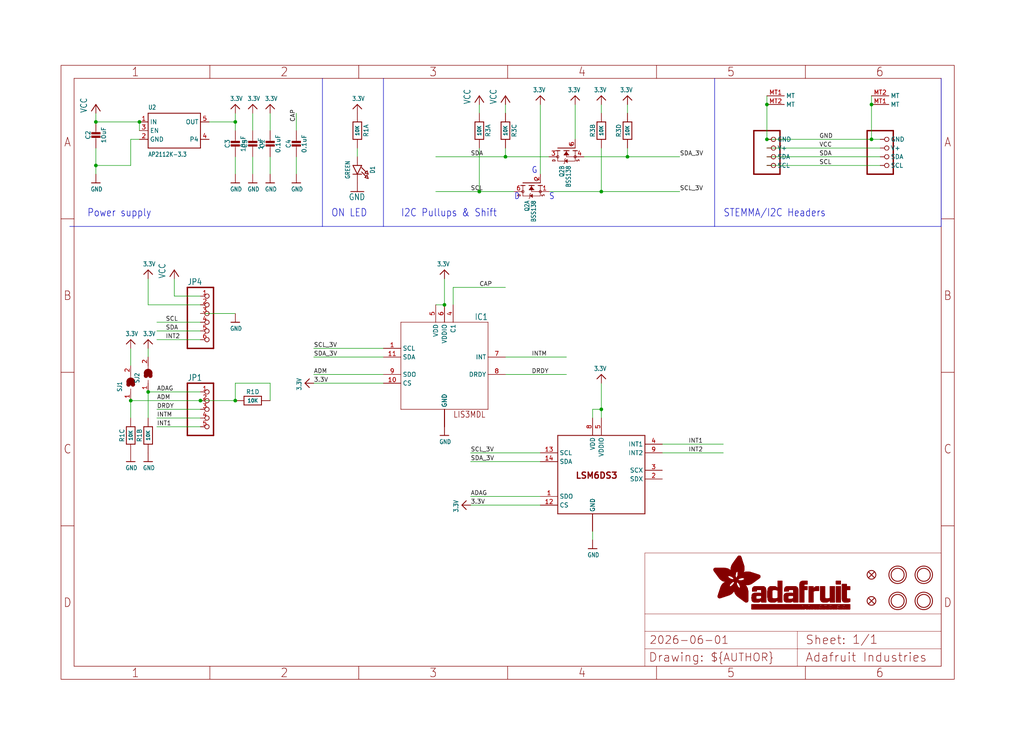
<source format=kicad_sch>
(kicad_sch (version 20230121) (generator eeschema)
  (paper "User" 298.45 217.322)
  (lib_symbols
    (symbol "working-eagle-import:3.3V" (power)
      (property "Value" "3.3V" (at -1.524 1.016 0))
      (symbol "3.3V_1_0"
        (pin power_in line (at 0 -2.54 90) (length 2.54) (name "3.3V") (number "1"))
      )
    )
    (symbol "working-eagle-import:CAP_CERAMIC0603_NO"
      (property "Reference" "C" (at -2.29 1.25 90))
      (symbol "CAP_CERAMIC0603_NO_1_0"
        (pin passive line (at 0 5.08 270) (length 2.54) (name "1") (number "1"))
        (pin passive line (at 0 -2.54 90) (length 2.54) (name "2") (number "2"))
      )
    )
    (symbol "working-eagle-import:CAP_CERAMIC0805-NOOUTLINE"
      (property "Reference" "C" (at -2.29 1.25 90))
      (symbol "CAP_CERAMIC0805-NOOUTLINE_1_0"
        (pin passive line (at 0 5.08 270) (length 2.54) (name "1") (number "1"))
        (pin passive line (at 0 -2.54 90) (length 2.54) (name "2") (number "2"))
      )
    )
    (symbol "working-eagle-import:FIDUCIAL_1MM")
    (symbol "working-eagle-import:FRAME_A4_ADAFRUIT"
      (symbol "FRAME_A4_ADAFRUIT_1_0"
        (text "${#}/${##}" (at 230.505 10.16 0) (effects (font (size 2.54 2.54)) (justify left bottom)))
        (text "${AUTHOR}" (at 189.23 5.08 0) (effects (font (size 2.286 2.286)) (justify left bottom)))
        (text "${CURRENT_DATE}" (at 171.45 10.16 0) (effects (font (size 2.286 2.286)) (justify left bottom)))
        (text "${PROJECTNAME}" (at 171.45 15.24 0) (effects (font (size 2.54 2.54)) (justify left bottom)))
        (text "1" (at 21.6958 1.905 0) (effects (font (size 2.54 2.286))))
        (text "1" (at 21.6958 177.165 0) (effects (font (size 2.54 2.286))))
        (text "2" (at 65.0875 1.905 0) (effects (font (size 2.54 2.286))))
        (text "2" (at 65.0875 177.165 0) (effects (font (size 2.54 2.286))))
        (text "3" (at 108.4792 1.905 0) (effects (font (size 2.54 2.286))))
        (text "3" (at 108.4792 177.165 0) (effects (font (size 2.54 2.286))))
        (text "4" (at 151.8708 1.905 0) (effects (font (size 2.54 2.286))))
        (text "4" (at 151.8708 177.165 0) (effects (font (size 2.54 2.286))))
        (text "5" (at 195.2625 1.905 0) (effects (font (size 2.54 2.286))))
        (text "5" (at 195.2625 177.165 0) (effects (font (size 2.54 2.286))))
        (text "6" (at 238.6542 1.905 0) (effects (font (size 2.54 2.286))))
        (text "6" (at 238.6542 177.165 0) (effects (font (size 2.54 2.286))))
        (text "A" (at 1.905 156.6863 0) (effects (font (size 2.54 2.286))))
        (text "A" (at 258.445 156.6863 0) (effects (font (size 2.54 2.286))))
        (text "Adafruit Industries" (at 216.916 4.953 0) (effects (font (size 2.54 2.54)) (justify left bottom)))
        (text "B" (at 1.905 111.9188 0) (effects (font (size 2.54 2.286))))
        (text "B" (at 258.445 111.9188 0) (effects (font (size 2.54 2.286))))
        (text "C" (at 1.905 67.1513 0) (effects (font (size 2.54 2.286))))
        (text "C" (at 258.445 67.1513 0) (effects (font (size 2.54 2.286))))
        (text "D" (at 1.905 22.3838 0) (effects (font (size 2.54 2.286))))
        (text "D" (at 258.445 22.3838 0) (effects (font (size 2.54 2.286))))
        (text "Drawing:" (at 171.196 4.953 0) (effects (font (size 2.54 2.54)) (justify left bottom)))
        (text "Sheet:" (at 216.916 10.033 0) (effects (font (size 2.54 2.54)) (justify left bottom)))
      )
    )
    (symbol "working-eagle-import:GND" (power)
      (property "Value" "GND" (at -1.524 -2.54 0))
      (symbol "GND_1_0"
        (pin power_in line (at 0 2.54 270) (length 2.54) (name "GND") (number "1"))
      )
    )
    (symbol "working-eagle-import:HEADER-1X570MIL"
      (property "Reference" "JP" (at -6.35 8.255 0))
      (symbol "HEADER-1X570MIL_1_0"
        (pin passive inverted (at -2.54 5.08 0) (length 2.54) (name "1") (number "1"))
        (pin passive inverted (at -2.54 2.54 0) (length 2.54) (name "2") (number "2"))
        (pin passive inverted (at -2.54 0 0) (length 2.54) (name "3") (number "3"))
        (pin passive inverted (at -2.54 -2.54 0) (length 2.54) (name "4") (number "4"))
        (pin passive inverted (at -2.54 -5.08 0) (length 2.54) (name "5") (number "5"))
      )
    )
    (symbol "working-eagle-import:HEADER-1X670MIL"
      (property "Reference" "JP" (at -6.35 10.795 0))
      (symbol "HEADER-1X670MIL_1_0"
        (pin passive inverted (at -2.54 7.62 0) (length 2.54) (name "1") (number "1"))
        (pin passive inverted (at -2.54 5.08 0) (length 2.54) (name "2") (number "2"))
        (pin passive inverted (at -2.54 2.54 0) (length 2.54) (name "3") (number "3"))
        (pin passive inverted (at -2.54 0 0) (length 2.54) (name "4") (number "4"))
        (pin passive inverted (at -2.54 -2.54 0) (length 2.54) (name "5") (number "5"))
        (pin passive inverted (at -2.54 -5.08 0) (length 2.54) (name "6") (number "6"))
      )
    )
    (symbol "working-eagle-import:LED0603_NOOUTLINE"
      (property "Reference" "D" (at -1.27 4.445 0))
      (symbol "LED0603_NOOUTLINE_1_0"
        (pin passive line (at -5.08 0 0) (length 2.54) (name "A") (number "A"))
        (pin passive line (at 2.54 0 180) (length 2.54) (name "C") (number "C"))
      )
    )
    (symbol "working-eagle-import:LIS3MDL"
      (property "Reference" "IC" (at 12.7 15.24 0))
      (symbol "LIS3MDL_1_0"
        (text "LIS3MDL" (at 2.54 -15.24 0) (effects (font (size 1.778 1.5113)) (justify left bottom)))
        (pin input line (at -17.78 5.08 0) (length 5.08) (name "SCL") (number "1"))
        (pin input line (at -17.78 -5.08 0) (length 5.08) (name "CS") (number "10"))
        (pin bidirectional line (at -17.78 2.54 0) (length 5.08) (name "SDA") (number "11"))
        (pin power_in line (at 0 -17.78 90) (length 5.08) (name "GND") (number "12"))
        (pin power_in line (at 0 -17.78 90) (length 5.08) (name "GND") (number "2"))
        (pin power_in line (at 0 -17.78 90) (length 5.08) (name "GND") (number "3"))
        (pin input line (at 2.54 17.78 270) (length 5.08) (name "C1") (number "4"))
        (pin power_in line (at -2.54 17.78 270) (length 5.08) (name "VDD") (number "5"))
        (pin power_in line (at 0 17.78 270) (length 5.08) (name "VDDIO") (number "6"))
        (pin output line (at 17.78 2.54 180) (length 5.08) (name "INT") (number "7"))
        (pin output line (at 17.78 -2.54 180) (length 5.08) (name "DRDY") (number "8"))
        (pin bidirectional line (at -17.78 -2.54 0) (length 5.08) (name "SDO") (number "9"))
      )
    )
    (symbol "working-eagle-import:LSM6DS3"
      (symbol "LSM6DS3_1_0"
        (text "LSM6DS3" (at -5.08 -2.54 0) (effects (font (size 1.778 1.778) (thickness 0.3556) bold) (justify left bottom)))
        (pin bidirectional line (at -15.24 -7.62 0) (length 5.08) (name "SDO") (number "1"))
        (pin bidirectional line (at -15.24 -10.16 0) (length 5.08) (name "CS") (number "12"))
        (pin bidirectional line (at -15.24 5.08 0) (length 5.08) (name "SCL") (number "13"))
        (pin bidirectional line (at -15.24 2.54 0) (length 5.08) (name "SDA") (number "14"))
        (pin bidirectional line (at 20.32 -2.54 180) (length 5.08) (name "SDX") (number "2"))
        (pin bidirectional line (at 20.32 0 180) (length 5.08) (name "SCX") (number "3"))
        (pin bidirectional line (at 20.32 7.62 180) (length 5.08) (name "INT1") (number "4"))
        (pin power_in line (at 2.54 15.24 270) (length 5.08) (name "VDDIO") (number "5"))
        (pin power_in line (at 0 -17.78 90) (length 5.08) (name "GND") (number "6"))
        (pin power_in line (at 0 -17.78 90) (length 5.08) (name "GND") (number "7"))
        (pin power_in line (at 0 15.24 270) (length 5.08) (name "VDD") (number "8"))
        (pin bidirectional line (at 20.32 5.08 180) (length 5.08) (name "INT2") (number "9"))
      )
    )
    (symbol "working-eagle-import:MOSFET-N_DUAL"
      (property "Reference" "Q" (at 5.08 0.635 0))
      (symbol "MOSFET-N_DUAL_1_0"
        (text "D" (at 3.175 3.175 0) (effects (font (size 0.8128 0.6908)) (justify left bottom)))
        (text "G" (at -1.27 -1.905 0) (effects (font (size 0.8128 0.6908)) (justify left bottom)))
        (text "S" (at 3.175 -3.81 0) (effects (font (size 0.8128 0.6908)) (justify left bottom)))
        (pin bidirectional line (at 2.54 -5.08 90) (length 2.54) (name "S") (number "1"))
        (pin bidirectional line (at -2.54 -2.54 0) (length 2.54) (name "G") (number "2"))
        (pin bidirectional line (at 2.54 5.08 270) (length 2.54) (name "D") (number "6"))
      )
      (symbol "MOSFET-N_DUAL_2_0"
        (text "D" (at 3.175 3.175 0) (effects (font (size 0.8128 0.6908)) (justify left bottom)))
        (text "G" (at -1.27 -1.905 0) (effects (font (size 0.8128 0.6908)) (justify left bottom)))
        (text "S" (at 3.175 -3.81 0) (effects (font (size 0.8128 0.6908)) (justify left bottom)))
        (pin bidirectional line (at 2.54 5.08 270) (length 2.54) (name "D") (number "3"))
        (pin bidirectional line (at 2.54 -5.08 90) (length 2.54) (name "S") (number "4"))
        (pin bidirectional line (at -2.54 -2.54 0) (length 2.54) (name "G") (number "5"))
      )
    )
    (symbol "working-eagle-import:MOUNTINGHOLE2.5")
    (symbol "working-eagle-import:RESISTOR_4PACK"
      (property "Reference" "R" (at 0 2.54 0))
      (symbol "RESISTOR_4PACK_1_0"
        (pin passive line (at -5.08 0 0) (length 2.54) (name "1") (number "1"))
        (pin passive line (at 5.08 0 180) (length 2.54) (name "2") (number "8"))
      )
      (symbol "RESISTOR_4PACK_2_0"
        (pin passive line (at -5.08 0 0) (length 2.54) (name "1") (number "2"))
        (pin passive line (at 5.08 0 180) (length 2.54) (name "2") (number "7"))
      )
      (symbol "RESISTOR_4PACK_3_0"
        (pin passive line (at -5.08 0 0) (length 2.54) (name "1") (number "3"))
        (pin passive line (at 5.08 0 180) (length 2.54) (name "2") (number "6"))
      )
      (symbol "RESISTOR_4PACK_4_0"
        (pin passive line (at -5.08 0 0) (length 2.54) (name "1") (number "4"))
        (pin passive line (at 5.08 0 180) (length 2.54) (name "2") (number "5"))
      )
    )
    (symbol "working-eagle-import:SOLDERJUMPER"
      (property "Reference" "SJ" (at -2.54 2.54 0))
      (symbol "SOLDERJUMPER_1_0"
        (pin passive line (at -5.08 0 0) (length 2.54) (name "1") (number "1"))
        (pin passive line (at 5.08 0 180) (length 2.54) (name "2") (number "2"))
      )
    )
    (symbol "working-eagle-import:STEMMA_I2C_QT"
      (symbol "STEMMA_I2C_QT_1_0"
        (pin passive inverted (at 0 5.08 0) (length 2.54) (name "GND") (number "1"))
        (pin passive inverted (at 0 2.54 0) (length 2.54) (name "V+") (number "2"))
        (pin passive inverted (at 0 0 0) (length 2.54) (name "SDA") (number "3"))
        (pin passive inverted (at 0 -2.54 0) (length 2.54) (name "SCL") (number "4"))
      )
      (symbol "STEMMA_I2C_QT_2_0"
        (pin bidirectional line (at 0 0 0) (length 5.08) (name "MT") (number "MT1"))
      )
      (symbol "STEMMA_I2C_QT_3_0"
        (pin bidirectional line (at 0 0 0) (length 5.08) (name "MT") (number "MT2"))
      )
    )
    (symbol "working-eagle-import:VCC" (power)
      (property "Value" "VCC" (at -2.54 -2.54 90))
      (symbol "VCC_1_0"
        (pin power_in line (at 0 -2.54 90) (length 2.54) (name "VCC") (number "1"))
      )
    )
    (symbol "working-eagle-import:VREG_SOT23-5"
      (property "Reference" "U" (at -7.62 6.096 0))
      (symbol "VREG_SOT23-5_1_0"
        (pin power_in line (at -10.16 2.54 0) (length 2.54) (name "IN") (number "1"))
        (pin power_in line (at -10.16 -2.54 0) (length 2.54) (name "GND") (number "2"))
        (pin input line (at -10.16 0 0) (length 2.54) (name "EN") (number "3"))
        (pin bidirectional line (at 10.16 -2.54 180) (length 2.54) (name "P4") (number "4"))
        (pin power_in line (at 10.16 2.54 180) (length 2.54) (name "OUT") (number "5"))
      )
    )
    (symbol "working-eagle-import:supply1_GND" (power)
      (property "Value" "supply1_GND" (at -2.54 -2.54 0))
      (symbol "supply1_GND_1_0"
        (pin power_in line (at 0 2.54 270) (length 2.54) (name "GND") (number "1"))
      )
    )
  )
  (junction (at 254 30.48))
  (junction (at 254 40.64))
  (junction (at 68.58 35.56))
  (junction (at 40.64 35.56))
  (junction (at 223.52 40.64))
  (junction (at 58.42 116.84))
  (junction (at 68.58 116.84))
  (junction (at 223.52 30.48))
  (junction (at 38.1 116.84))
  (junction (at 147.32 45.72))
  (junction (at 175.26 55.88))
  (junction (at 139.7 55.88))
  (junction (at 182.88 45.72))
  (junction (at 129.54 88.9))
  (junction (at 27.94 48.26))
  (junction (at 27.94 35.56))
  (junction (at 43.18 114.3))
  (junction (at 175.26 119.38))
  (wire (pts (xy 58.42 121.92) (xy 45.72 121.92)) (stroke (width 0.1524)))
  (wire (pts (xy 210.82 132.08) (xy 193.04 132.08)) (stroke (width 0.1524)))
  (wire (pts (xy 172.72 119.38) (xy 172.72 121.92)) (stroke (width 0.1524)))
  (wire (pts (xy 175.26 121.92) (xy 175.26 119.38)) (stroke (width 0.1524)))
  (wire (pts (xy 160.02 55.88) (xy 175.26 55.88)) (stroke (width 0.1524)))
  (wire (pts (xy 193.04 129.54) (xy 210.82 129.54)) (stroke (width 0.1524)))
  (wire (pts (xy 78.74 116.84) (xy 78.74 111.76)) (stroke (width 0.1524)))
  (wire (pts (xy 86.36 33.02) (xy 86.36 38.1)) (stroke (width 0.1524)))
  (wire (pts (xy 73.66 45.72) (xy 73.66 50.8)) (stroke (width 0.1524)))
  (polyline (pts (xy 274.32 22.86) (xy 274.32 66.04)) (stroke (width 0.1524) (type solid)))
  (wire (pts (xy 157.48 50.8) (xy 157.48 30.48)) (stroke (width 0.1524)))
  (wire (pts (xy 78.74 45.72) (xy 78.74 50.8)) (stroke (width 0.1524)))
  (wire (pts (xy 68.58 45.72) (xy 68.58 50.8)) (stroke (width 0.1524)))
  (wire (pts (xy 223.52 30.48) (xy 223.52 40.64)) (stroke (width 0.1524)))
  (wire (pts (xy 38.1 116.84) (xy 38.1 121.92)) (stroke (width 0.1524)))
  (wire (pts (xy 111.76 101.6) (xy 91.44 101.6)) (stroke (width 0.1524)))
  (wire (pts (xy 254 30.48) (xy 254 40.64)) (stroke (width 0.1524)))
  (wire (pts (xy 58.42 116.84) (xy 68.58 116.84)) (stroke (width 0.1524)))
  (wire (pts (xy 43.18 121.92) (xy 43.18 114.3)) (stroke (width 0.1524)))
  (wire (pts (xy 27.94 48.26) (xy 27.94 43.18)) (stroke (width 0.1524)))
  (wire (pts (xy 139.7 30.48) (xy 139.7 33.02)) (stroke (width 0.1524)))
  (wire (pts (xy 38.1 101.6) (xy 38.1 106.68)) (stroke (width 0.1524)))
  (wire (pts (xy 149.86 55.88) (xy 139.7 55.88)) (stroke (width 0.1524)))
  (wire (pts (xy 157.48 147.32) (xy 137.16 147.32)) (stroke (width 0.1524)))
  (wire (pts (xy 58.42 96.52) (xy 45.72 96.52)) (stroke (width 0.1524)))
  (wire (pts (xy 40.64 35.56) (xy 27.94 35.56)) (stroke (width 0.1524)))
  (wire (pts (xy 139.7 43.18) (xy 139.7 55.88)) (stroke (width 0.1524)))
  (wire (pts (xy 157.48 144.78) (xy 137.16 144.78)) (stroke (width 0.1524)))
  (wire (pts (xy 43.18 114.3) (xy 58.42 114.3)) (stroke (width 0.1524)))
  (wire (pts (xy 182.88 43.18) (xy 182.88 45.72)) (stroke (width 0.1524)))
  (wire (pts (xy 132.08 88.9) (xy 132.08 83.82)) (stroke (width 0.1524)))
  (wire (pts (xy 104.14 45.72) (xy 104.14 43.18)) (stroke (width 0.1524)))
  (wire (pts (xy 43.18 104.14) (xy 43.18 101.6)) (stroke (width 0.1524)))
  (polyline (pts (xy 20.32 66.04) (xy 93.98 66.04)) (stroke (width 0.1524) (type solid)))
  (wire (pts (xy 27.94 33.02) (xy 27.94 35.56)) (stroke (width 0.1524)))
  (wire (pts (xy 147.32 104.14) (xy 165.1 104.14)) (stroke (width 0.1524)))
  (wire (pts (xy 147.32 43.18) (xy 147.32 45.72)) (stroke (width 0.1524)))
  (wire (pts (xy 58.42 116.84) (xy 38.1 116.84)) (stroke (width 0.1524)))
  (wire (pts (xy 127 88.9) (xy 129.54 88.9)) (stroke (width 0.1524)))
  (wire (pts (xy 86.36 45.72) (xy 86.36 50.8)) (stroke (width 0.1524)))
  (wire (pts (xy 50.8 86.36) (xy 50.8 81.28)) (stroke (width 0.1524)))
  (wire (pts (xy 147.32 33.02) (xy 147.32 30.48)) (stroke (width 0.1524)))
  (wire (pts (xy 182.88 33.02) (xy 182.88 30.48)) (stroke (width 0.1524)))
  (polyline (pts (xy 208.28 66.04) (xy 274.32 66.04)) (stroke (width 0.1524) (type solid)))
  (polyline (pts (xy 111.76 22.86) (xy 111.76 66.04)) (stroke (width 0.1524) (type solid)))
  (wire (pts (xy 160.02 45.72) (xy 147.32 45.72)) (stroke (width 0.1524)))
  (wire (pts (xy 40.64 38.1) (xy 40.64 35.56)) (stroke (width 0.1524)))
  (wire (pts (xy 175.26 55.88) (xy 198.12 55.88)) (stroke (width 0.1524)))
  (wire (pts (xy 256.54 40.64) (xy 254 40.64)) (stroke (width 0.1524)))
  (wire (pts (xy 223.52 43.18) (xy 256.54 43.18)) (stroke (width 0.1524)))
  (wire (pts (xy 58.42 88.9) (xy 43.18 88.9)) (stroke (width 0.1524)))
  (wire (pts (xy 111.76 109.22) (xy 91.44 109.22)) (stroke (width 0.1524)))
  (wire (pts (xy 172.72 119.38) (xy 175.26 119.38)) (stroke (width 0.1524)))
  (wire (pts (xy 137.16 132.08) (xy 157.48 132.08)) (stroke (width 0.1524)))
  (wire (pts (xy 147.32 45.72) (xy 127 45.72)) (stroke (width 0.1524)))
  (wire (pts (xy 223.52 27.94) (xy 223.52 30.48)) (stroke (width 0.1524)))
  (wire (pts (xy 175.26 33.02) (xy 175.26 30.48)) (stroke (width 0.1524)))
  (wire (pts (xy 254 27.94) (xy 254 30.48)) (stroke (width 0.1524)))
  (wire (pts (xy 58.42 91.44) (xy 68.58 91.44)) (stroke (width 0.1524)))
  (wire (pts (xy 167.64 40.64) (xy 167.64 30.48)) (stroke (width 0.1524)))
  (wire (pts (xy 58.42 86.36) (xy 50.8 86.36)) (stroke (width 0.1524)))
  (wire (pts (xy 182.88 45.72) (xy 198.12 45.72)) (stroke (width 0.1524)))
  (wire (pts (xy 175.26 43.18) (xy 175.26 55.88)) (stroke (width 0.1524)))
  (polyline (pts (xy 208.28 22.86) (xy 208.28 66.04)) (stroke (width 0.1524) (type solid)))
  (wire (pts (xy 68.58 35.56) (xy 68.58 38.1)) (stroke (width 0.1524)))
  (polyline (pts (xy 93.98 66.04) (xy 111.76 66.04)) (stroke (width 0.1524) (type solid)))
  (wire (pts (xy 38.1 48.26) (xy 27.94 48.26)) (stroke (width 0.1524)))
  (polyline (pts (xy 111.76 66.04) (xy 208.28 66.04)) (stroke (width 0.1524) (type solid)))
  (wire (pts (xy 27.94 48.26) (xy 27.94 50.8)) (stroke (width 0.1524)))
  (wire (pts (xy 139.7 55.88) (xy 127 55.88)) (stroke (width 0.1524)))
  (wire (pts (xy 129.54 88.9) (xy 129.54 81.28)) (stroke (width 0.1524)))
  (wire (pts (xy 58.42 99.06) (xy 45.72 99.06)) (stroke (width 0.1524)))
  (wire (pts (xy 132.08 83.82) (xy 147.32 83.82)) (stroke (width 0.1524)))
  (wire (pts (xy 43.18 88.9) (xy 43.18 81.28)) (stroke (width 0.1524)))
  (polyline (pts (xy 93.98 22.86) (xy 93.98 66.04)) (stroke (width 0.1524) (type solid)))
  (wire (pts (xy 68.58 111.76) (xy 68.58 116.84)) (stroke (width 0.1524)))
  (wire (pts (xy 60.96 35.56) (xy 68.58 35.56)) (stroke (width 0.1524)))
  (wire (pts (xy 175.26 119.38) (xy 175.26 111.76)) (stroke (width 0.1524)))
  (wire (pts (xy 78.74 111.76) (xy 68.58 111.76)) (stroke (width 0.1524)))
  (wire (pts (xy 170.18 45.72) (xy 182.88 45.72)) (stroke (width 0.1524)))
  (wire (pts (xy 172.72 154.94) (xy 172.72 157.48)) (stroke (width 0.1524)))
  (wire (pts (xy 165.1 109.22) (xy 147.32 109.22)) (stroke (width 0.1524)))
  (wire (pts (xy 73.66 38.1) (xy 73.66 33.02)) (stroke (width 0.1524)))
  (wire (pts (xy 58.42 124.46) (xy 45.72 124.46)) (stroke (width 0.1524)))
  (wire (pts (xy 157.48 134.62) (xy 137.16 134.62)) (stroke (width 0.1524)))
  (wire (pts (xy 58.42 119.38) (xy 45.72 119.38)) (stroke (width 0.1524)))
  (wire (pts (xy 58.42 93.98) (xy 45.72 93.98)) (stroke (width 0.1524)))
  (wire (pts (xy 40.64 40.64) (xy 38.1 40.64)) (stroke (width 0.1524)))
  (wire (pts (xy 254 40.64) (xy 223.52 40.64)) (stroke (width 0.1524)))
  (wire (pts (xy 223.52 48.26) (xy 256.54 48.26)) (stroke (width 0.1524)))
  (wire (pts (xy 38.1 40.64) (xy 38.1 48.26)) (stroke (width 0.1524)))
  (wire (pts (xy 111.76 111.76) (xy 91.44 111.76)) (stroke (width 0.1524)))
  (wire (pts (xy 78.74 33.02) (xy 78.74 38.1)) (stroke (width 0.1524)))
  (wire (pts (xy 68.58 35.56) (xy 68.58 33.02)) (stroke (width 0.1524)))
  (wire (pts (xy 256.54 45.72) (xy 223.52 45.72)) (stroke (width 0.1524)))
  (wire (pts (xy 91.44 104.14) (xy 111.76 104.14)) (stroke (width 0.1524)))
  (text "STEMMA/I2C Headers" (at 210.82 63.5 0) (effects (font (size 2.1844 1.8567)) (justify left bottom)))
  (text "G" (at 154.94 50.8 0) (effects (font (size 1.778 1.5113)) (justify left bottom)))
  (text "I2C Pullups & Shift" (at 116.84 63.5 0) (effects (font (size 2.1844 1.8567)) (justify left bottom)))
  (text "ON LED" (at 96.52 63.5 0) (effects (font (size 2.1844 1.8567)) (justify left bottom)))
  (text "Power supply" (at 25.4 63.5 0) (effects (font (size 2.1844 1.8567)) (justify left bottom)))
  (text "S" (at 160.02 58.42 0) (effects (font (size 1.778 1.5113)) (justify left bottom)))
  (text "D" (at 149.86 58.42 0) (effects (font (size 1.778 1.5113)) (justify left bottom)))
  (label "SCL_3V" (at 137.16 132.08 0) (effects (font (size 1.2446 1.2446))))
  (label "INTM" (at 45.72 121.92 0) (effects (font (size 1.2446 1.2446))))
  (label "CAP" (at 86.36 35.56 90) (effects (font (size 1.2446 1.2446))))
  (label "ADM" (at 45.72 116.84 0) (effects (font (size 1.2446 1.2446))))
  (label "SCL" (at 238.76 48.26 0) (effects (font (size 1.2446 1.2446))))
  (label "CAP" (at 139.7 83.82 0) (effects (font (size 1.2446 1.2446))))
  (label "ADAG" (at 137.16 144.78 0) (effects (font (size 1.2446 1.2446))))
  (label "SDA" (at 238.76 45.72 0) (effects (font (size 1.2446 1.2446))))
  (label "INT2" (at 200.66 132.08 0) (effects (font (size 1.2446 1.2446))))
  (label "INT1" (at 45.72 124.46 0) (effects (font (size 1.2446 1.2446))))
  (label "SCL_3V" (at 91.44 101.6 0) (effects (font (size 1.2446 1.2446))))
  (label "VCC" (at 238.76 43.18 0) (effects (font (size 1.2446 1.2446))))
  (label "SDA_3V" (at 137.16 134.62 0) (effects (font (size 1.2446 1.2446))))
  (label "SCL" (at 137.16 55.88 0) (effects (font (size 1.2446 1.2446))))
  (label "SDA" (at 137.16 45.72 0) (effects (font (size 1.2446 1.2446))))
  (label "INT1" (at 200.66 129.54 0) (effects (font (size 1.2446 1.2446))))
  (label "SDA" (at 48.26 96.52 0) (effects (font (size 1.2446 1.2446))))
  (label "DRDY" (at 45.72 119.38 0) (effects (font (size 1.2446 1.2446))))
  (label "SDA_3V" (at 198.12 45.72 0) (effects (font (size 1.2446 1.2446))))
  (label "SCL_3V" (at 198.12 55.88 0) (effects (font (size 1.2446 1.2446))))
  (label "SDA_3V" (at 91.44 104.14 0) (effects (font (size 1.2446 1.2446))))
  (label "INTM" (at 154.94 104.14 0) (effects (font (size 1.2446 1.2446))))
  (label "SCL" (at 48.26 93.98 0) (effects (font (size 1.2446 1.2446))))
  (label "3.3V" (at 137.16 147.32 0) (effects (font (size 1.2446 1.2446))))
  (label "ADAG" (at 45.72 114.3 0) (effects (font (size 1.2446 1.2446))))
  (label "INT2" (at 48.26 99.06 0) (effects (font (size 1.2446 1.2446))))
  (label "DRDY" (at 154.94 109.22 0) (effects (font (size 1.2446 1.2446))))
  (label "3.3V" (at 91.44 111.76 0) (effects (font (size 1.2446 1.2446))))
  (label "ADM" (at 91.44 109.22 0) (effects (font (size 1.2446 1.2446))))
  (label "GND" (at 238.76 40.64 0) (effects (font (size 1.2446 1.2446))))
  (symbol (lib_id "working-eagle-import:MOSFET-N_DUAL") (at 154.94 53.34 90) (mirror x) (unit 1)
    (property "Reference" "Q2" (at 154.305 58.42 0) (effects (font (size 1.27 1.0795)) (justify left bottom)))
    (property "Value" "BSS138" (at 156.21 58.42 0) (effects (font (size 1.27 1.0795)) (justify left bottom)))
    (property "Footprint" "working:SOT363" (effects hide))
  )
  (symbol (lib_id "working-eagle-import:GND") (at 129.54 127 0) (unit 1)
    (property "Reference" "#U$2" (effects hide))
    (property "Value" "GND" (at 128.016 129.54 0) (effects (font (size 1.27 1.0795)) (justify left bottom)))
  )
  (symbol (lib_id "working-eagle-import:LIS3MDL") (at 129.54 106.68 0) (unit 1)
    (property "Reference" "IC1" (at 142.24 91.44 0) (effects (font (size 1.778 1.5113)) (justify right top)))
    (property "Value" "LIS3MDL" (effects hide))
    (property "Footprint" "working:LGA12_2X2MM" (effects hide))
  )
  (symbol (lib_id "working-eagle-import:STEMMA_I2C_QT") (at 223.52 30.48 0) (unit 3)
    (property "Reference" "CONN3" (effects hide))
    (property "Value" "STEMMA_I2C_QT" (effects hide))
    (property "Footprint" "working:JST_SH4" (effects hide))
  )
  (symbol (lib_id "working-eagle-import:RESISTOR_4PACK") (at 175.26 38.1 90) (mirror x) (unit 2)
    (property "Reference" "R3" (at 172.72 38.1 0))
    (property "Value" "10K" (at 175.26 38.1 0) (effects (font (size 1.016 1.016) bold)))
    (property "Footprint" "working:RESPACK_4X0603" (effects hide))
  )
  (symbol (lib_id "working-eagle-import:3.3V") (at 129.54 78.74 0) (mirror y) (unit 1)
    (property "Reference" "#U$4" (effects hide))
    (property "Value" "3.3V" (at 131.064 77.724 0) (effects (font (size 1.27 1.0795)) (justify left bottom)))
  )
  (symbol (lib_id "working-eagle-import:VREG_SOT23-5") (at 50.8 38.1 0) (unit 1)
    (property "Reference" "U2" (at 43.18 32.004 0) (effects (font (size 1.27 1.0795)) (justify left bottom)))
    (property "Value" "AP2112K-3.3" (at 43.18 45.72 0) (effects (font (size 1.27 1.0795)) (justify left bottom)))
    (property "Footprint" "working:SOT23-5" (effects hide))
  )
  (symbol (lib_id "working-eagle-import:CAP_CERAMIC0603_NO") (at 78.74 43.18 0) (unit 1)
    (property "Reference" "C1" (at 76.45 41.93 90))
    (property "Value" "0.1uF" (at 81.04 41.93 90))
    (property "Footprint" "working:0603-NO" (effects hide))
  )
  (symbol (lib_id "working-eagle-import:3.3V") (at 134.62 147.32 90) (mirror x) (unit 1)
    (property "Reference" "#U$32" (effects hide))
    (property "Value" "3.3V" (at 133.604 145.796 0) (effects (font (size 1.27 1.0795)) (justify left bottom)))
  )
  (symbol (lib_id "working-eagle-import:3.3V") (at 38.1 99.06 0) (unit 1)
    (property "Reference" "#U$33" (effects hide))
    (property "Value" "3.3V" (at 36.576 98.044 0) (effects (font (size 1.27 1.0795)) (justify left bottom)))
  )
  (symbol (lib_id "working-eagle-import:FRAME_A4_ADAFRUIT") (at 17.78 198.12 0) (unit 1)
    (property "Reference" "#U$18" (effects hide))
    (property "Value" "FRAME_A4_ADAFRUIT" (effects hide))
  )
  (symbol (lib_id "working-eagle-import:3.3V") (at 73.66 30.48 0) (unit 1)
    (property "Reference" "#U$22" (effects hide))
    (property "Value" "3.3V" (at 72.136 29.464 0) (effects (font (size 1.27 1.0795)) (justify left bottom)))
  )
  (symbol (lib_id "working-eagle-import:supply1_GND") (at 104.14 55.88 0) (unit 1)
    (property "Reference" "#GND6" (effects hide))
    (property "Value" "GND" (at 101.6 58.42 0) (effects (font (size 1.778 1.5113)) (justify left bottom)))
  )
  (symbol (lib_id "working-eagle-import:VCC") (at 27.94 30.48 0) (unit 1)
    (property "Reference" "#P+3" (effects hide))
    (property "Value" "VCC" (at 25.4 33.02 90) (effects (font (size 1.778 1.5113)) (justify left bottom)))
  )
  (symbol (lib_id "working-eagle-import:STEMMA_I2C_QT") (at 254 27.94 0) (unit 3)
    (property "Reference" "CONN4" (effects hide))
    (property "Value" "STEMMA_I2C_QT" (effects hide))
    (property "Footprint" "working:JST_SH4" (effects hide))
  )
  (symbol (lib_id "working-eagle-import:GND") (at 68.58 93.98 0) (unit 1)
    (property "Reference" "#U$10" (effects hide))
    (property "Value" "GND" (at 67.056 96.52 0) (effects (font (size 1.27 1.0795)) (justify left bottom)))
  )
  (symbol (lib_id "working-eagle-import:CAP_CERAMIC0805-NOOUTLINE") (at 27.94 40.64 0) (unit 1)
    (property "Reference" "C2" (at 25.65 39.39 90))
    (property "Value" "10uF" (at 30.24 39.39 90))
    (property "Footprint" "working:0805-NO" (effects hide))
  )
  (symbol (lib_id "working-eagle-import:3.3V") (at 104.14 30.48 0) (unit 1)
    (property "Reference" "#U$3" (effects hide))
    (property "Value" "3.3V" (at 102.616 29.464 0) (effects (font (size 1.27 1.0795)) (justify left bottom)))
  )
  (symbol (lib_id "working-eagle-import:RESISTOR_4PACK") (at 147.32 38.1 270) (unit 3)
    (property "Reference" "R3" (at 149.86 38.1 0))
    (property "Value" "10K" (at 147.32 38.1 0) (effects (font (size 1.016 1.016) bold)))
    (property "Footprint" "working:RESPACK_4X0603" (effects hide))
  )
  (symbol (lib_id "working-eagle-import:CAP_CERAMIC0603_NO") (at 73.66 43.18 0) (unit 1)
    (property "Reference" "C5" (at 71.37 41.93 90))
    (property "Value" "1uF" (at 75.96 41.93 90))
    (property "Footprint" "working:0603-NO" (effects hide))
  )
  (symbol (lib_id "working-eagle-import:3.3V") (at 68.58 30.48 0) (unit 1)
    (property "Reference" "#U$15" (effects hide))
    (property "Value" "3.3V" (at 67.056 29.464 0) (effects (font (size 1.27 1.0795)) (justify left bottom)))
  )
  (symbol (lib_id "working-eagle-import:RESISTOR_4PACK") (at 38.1 127 90) (unit 3)
    (property "Reference" "R1" (at 35.56 127 0))
    (property "Value" "10K" (at 38.1 127 0) (effects (font (size 1.016 1.016) bold)))
    (property "Footprint" "working:RESPACK_4X0603" (effects hide))
  )
  (symbol (lib_id "working-eagle-import:3.3V") (at 157.48 27.94 0) (mirror y) (unit 1)
    (property "Reference" "#U$26" (effects hide))
    (property "Value" "3.3V" (at 159.004 26.924 0) (effects (font (size 1.27 1.0795)) (justify left bottom)))
  )
  (symbol (lib_id "working-eagle-import:MOSFET-N_DUAL") (at 165.1 43.18 90) (mirror x) (unit 2)
    (property "Reference" "Q2" (at 164.465 48.26 0) (effects (font (size 1.27 1.0795)) (justify left bottom)))
    (property "Value" "BSS138" (at 166.37 48.26 0) (effects (font (size 1.27 1.0795)) (justify left bottom)))
    (property "Footprint" "working:SOT363" (effects hide))
  )
  (symbol (lib_id "working-eagle-import:FIDUCIAL_1MM") (at 254 167.64 0) (unit 1)
    (property "Reference" "FID4" (effects hide))
    (property "Value" "FIDUCIAL_1MM" (effects hide))
    (property "Footprint" "working:FIDUCIAL_1MM" (effects hide))
  )
  (symbol (lib_id "working-eagle-import:MOUNTINGHOLE2.5") (at 261.62 167.64 0) (unit 1)
    (property "Reference" "U$17" (effects hide))
    (property "Value" "MOUNTINGHOLE2.5" (effects hide))
    (property "Footprint" "working:MOUNTINGHOLE_2.5_PLATED" (effects hide))
  )
  (symbol (lib_id "working-eagle-import:MOUNTINGHOLE2.5") (at 269.24 175.26 0) (unit 1)
    (property "Reference" "U$21" (effects hide))
    (property "Value" "MOUNTINGHOLE2.5" (effects hide))
    (property "Footprint" "working:MOUNTINGHOLE_2.5_PLATED" (effects hide))
  )
  (symbol (lib_id "working-eagle-import:RESISTOR_4PACK") (at 104.14 38.1 270) (unit 1)
    (property "Reference" "R1" (at 106.68 38.1 0))
    (property "Value" "10K" (at 104.14 38.1 0) (effects (font (size 1.016 1.016) bold)))
    (property "Footprint" "working:RESPACK_4X0603" (effects hide))
  )
  (symbol (lib_id "working-eagle-import:STEMMA_I2C_QT") (at 223.52 27.94 0) (unit 2)
    (property "Reference" "CONN3" (effects hide))
    (property "Value" "STEMMA_I2C_QT" (effects hide))
    (property "Footprint" "working:JST_SH4" (effects hide))
  )
  (symbol (lib_id "working-eagle-import:STEMMA_I2C_QT") (at 256.54 45.72 0) (unit 1)
    (property "Reference" "CONN4" (effects hide))
    (property "Value" "STEMMA_I2C_QT" (effects hide))
    (property "Footprint" "working:JST_SH4" (effects hide))
  )
  (symbol (lib_id "working-eagle-import:RESISTOR_4PACK") (at 73.66 116.84 0) (unit 4)
    (property "Reference" "R1" (at 73.66 114.3 0))
    (property "Value" "10K" (at 73.66 116.84 0) (effects (font (size 1.016 1.016) bold)))
    (property "Footprint" "working:RESPACK_4X0603" (effects hide))
  )
  (symbol (lib_id "working-eagle-import:STEMMA_I2C_QT") (at 254 30.48 0) (unit 2)
    (property "Reference" "CONN4" (effects hide))
    (property "Value" "STEMMA_I2C_QT" (effects hide))
    (property "Footprint" "working:JST_SH4" (effects hide))
  )
  (symbol (lib_id "working-eagle-import:LED0603_NOOUTLINE") (at 104.14 50.8 270) (unit 1)
    (property "Reference" "D1" (at 108.585 49.53 0) (effects (font (size 1.27 1.0795))))
    (property "Value" "GREEN" (at 101.346 49.53 0) (effects (font (size 1.27 1.0795))))
    (property "Footprint" "working:CHIPLED_0603_NOOUTLINE" (effects hide))
  )
  (symbol (lib_id "working-eagle-import:FIDUCIAL_1MM") (at 254 175.26 0) (unit 1)
    (property "Reference" "FID3" (effects hide))
    (property "Value" "FIDUCIAL_1MM" (effects hide))
    (property "Footprint" "working:FIDUCIAL_1MM" (effects hide))
  )
  (symbol (lib_id "working-eagle-import:MOUNTINGHOLE2.5") (at 269.24 167.64 0) (unit 1)
    (property "Reference" "U$19" (effects hide))
    (property "Value" "MOUNTINGHOLE2.5" (effects hide))
    (property "Footprint" "working:MOUNTINGHOLE_2.5_PLATED" (effects hide))
  )
  (symbol (lib_id "working-eagle-import:3.3V") (at 175.26 27.94 0) (mirror y) (unit 1)
    (property "Reference" "#U$24" (effects hide))
    (property "Value" "3.3V" (at 176.784 26.924 0) (effects (font (size 1.27 1.0795)) (justify left bottom)))
  )
  (symbol (lib_id "working-eagle-import:3.3V") (at 88.9 111.76 90) (mirror x) (unit 1)
    (property "Reference" "#U$29" (effects hide))
    (property "Value" "3.3V" (at 87.884 110.236 0) (effects (font (size 1.27 1.0795)) (justify left bottom)))
  )
  (symbol (lib_id "working-eagle-import:RESISTOR_4PACK") (at 182.88 38.1 90) (mirror x) (unit 4)
    (property "Reference" "R3" (at 180.34 38.1 0))
    (property "Value" "10K" (at 182.88 38.1 0) (effects (font (size 1.016 1.016) bold)))
    (property "Footprint" "working:RESPACK_4X0603" (effects hide))
  )
  (symbol (lib_id "working-eagle-import:RESISTOR_4PACK") (at 139.7 38.1 270) (unit 1)
    (property "Reference" "R3" (at 142.24 38.1 0))
    (property "Value" "10K" (at 139.7 38.1 0) (effects (font (size 1.016 1.016) bold)))
    (property "Footprint" "working:RESPACK_4X0603" (effects hide))
  )
  (symbol (lib_id "working-eagle-import:HEADER-1X570MIL") (at 60.96 119.38 0) (unit 1)
    (property "Reference" "JP1" (at 54.61 111.125 0) (effects (font (size 1.778 1.5113)) (justify left bottom)))
    (property "Value" "HEADER-1X570MIL" (effects hide))
    (property "Footprint" "working:1X05_ROUND_70" (effects hide))
  )
  (symbol (lib_id "working-eagle-import:SOLDERJUMPER") (at 43.18 109.22 90) (unit 1)
    (property "Reference" "SJ2" (at 40.64 111.76 0) (effects (font (size 1.27 1.0795)) (justify left bottom)))
    (property "Value" "SOLDERJUMPER" (effects hide))
    (property "Footprint" "working:SOLDERJUMPER_ARROW_NOPASTE" (effects hide))
  )
  (symbol (lib_id "working-eagle-import:MOUNTINGHOLE2.5") (at 261.62 175.26 0) (unit 1)
    (property "Reference" "U$1" (effects hide))
    (property "Value" "MOUNTINGHOLE2.5" (effects hide))
    (property "Footprint" "working:MOUNTINGHOLE_2.5_PLATED" (effects hide))
  )
  (symbol (lib_id "working-eagle-import:3.3V") (at 175.26 109.22 0) (mirror y) (unit 1)
    (property "Reference" "#U$28" (effects hide))
    (property "Value" "3.3V" (at 176.784 108.204 0) (effects (font (size 1.27 1.0795)) (justify left bottom)))
  )
  (symbol (lib_id "working-eagle-import:3.3V") (at 182.88 27.94 0) (mirror y) (unit 1)
    (property "Reference" "#U$7" (effects hide))
    (property "Value" "3.3V" (at 184.404 26.924 0) (effects (font (size 1.27 1.0795)) (justify left bottom)))
  )
  (symbol (lib_id "working-eagle-import:CAP_CERAMIC0603_NO") (at 86.36 43.18 0) (unit 1)
    (property "Reference" "C4" (at 84.07 41.93 90))
    (property "Value" "0.1uF" (at 88.66 41.93 90))
    (property "Footprint" "working:0603-NO" (effects hide))
  )
  (symbol (lib_id "working-eagle-import:GND") (at 78.74 53.34 0) (unit 1)
    (property "Reference" "#U$6" (effects hide))
    (property "Value" "GND" (at 77.216 55.88 0) (effects (font (size 1.27 1.0795)) (justify left bottom)))
  )
  (symbol (lib_id "working-eagle-import:GND") (at 38.1 134.62 0) (unit 1)
    (property "Reference" "#U$11" (effects hide))
    (property "Value" "GND" (at 36.576 137.16 0) (effects (font (size 1.27 1.0795)) (justify left bottom)))
  )
  (symbol (lib_id "working-eagle-import:3.3V") (at 167.64 27.94 0) (mirror y) (unit 1)
    (property "Reference" "#U$23" (effects hide))
    (property "Value" "3.3V" (at 169.164 26.924 0) (effects (font (size 1.27 1.0795)) (justify left bottom)))
  )
  (symbol (lib_id "working-eagle-import:HEADER-1X670MIL") (at 60.96 93.98 0) (unit 1)
    (property "Reference" "JP4" (at 54.61 83.185 0) (effects (font (size 1.778 1.5113)) (justify left bottom)))
    (property "Value" "HEADER-1X670MIL" (effects hide))
    (property "Footprint" "working:1X06_ROUND_70" (effects hide))
  )
  (symbol (lib_id "working-eagle-import:3.3V") (at 43.18 99.06 0) (unit 1)
    (property "Reference" "#U$34" (effects hide))
    (property "Value" "3.3V" (at 41.656 98.044 0) (effects (font (size 1.27 1.0795)) (justify left bottom)))
  )
  (symbol (lib_id "working-eagle-import:GND") (at 27.94 53.34 0) (unit 1)
    (property "Reference" "#U$13" (effects hide))
    (property "Value" "GND" (at 26.416 55.88 0) (effects (font (size 1.27 1.0795)) (justify left bottom)))
  )
  (symbol (lib_id "working-eagle-import:3.3V") (at 43.18 78.74 0) (unit 1)
    (property "Reference" "#U$16" (effects hide))
    (property "Value" "3.3V" (at 41.656 77.724 0) (effects (font (size 1.27 1.0795)) (justify left bottom)))
  )
  (symbol (lib_id "working-eagle-import:GND") (at 68.58 53.34 0) (unit 1)
    (property "Reference" "#U$5" (effects hide))
    (property "Value" "GND" (at 67.056 55.88 0) (effects (font (size 1.27 1.0795)) (justify left bottom)))
  )
  (symbol (lib_id "working-eagle-import:SOLDERJUMPER") (at 38.1 111.76 90) (unit 1)
    (property "Reference" "SJ1" (at 35.56 114.3 0) (effects (font (size 1.27 1.0795)) (justify left bottom)))
    (property "Value" "SOLDERJUMPER" (effects hide))
    (property "Footprint" "working:SOLDERJUMPER_ARROW_NOPASTE" (effects hide))
  )
  (symbol (lib_id "working-eagle-import:CAP_CERAMIC0805-NOOUTLINE") (at 68.58 43.18 0) (unit 1)
    (property "Reference" "C3" (at 66.29 41.93 90))
    (property "Value" "10uF" (at 70.88 41.93 90))
    (property "Footprint" "working:0805-NO" (effects hide))
  )
  (symbol (lib_id "working-eagle-import:GND") (at 172.72 160.02 0) (unit 1)
    (property "Reference" "#U$12" (effects hide))
    (property "Value" "GND" (at 171.196 162.56 0) (effects (font (size 1.27 1.0795)) (justify left bottom)))
  )
  (symbol (lib_id "working-eagle-import:VCC") (at 147.32 27.94 0) (unit 1)
    (property "Reference" "#P+2" (effects hide))
    (property "Value" "VCC" (at 144.78 30.48 90) (effects (font (size 1.778 1.5113)) (justify left bottom)))
  )
  (symbol (lib_id "working-eagle-import:STEMMA_I2C_QT") (at 223.52 45.72 0) (unit 1)
    (property "Reference" "CONN3" (effects hide))
    (property "Value" "STEMMA_I2C_QT" (effects hide))
    (property "Footprint" "working:JST_SH4" (effects hide))
  )
  (symbol (lib_id "working-eagle-import:GND") (at 86.36 53.34 0) (unit 1)
    (property "Reference" "#U$9" (effects hide))
    (property "Value" "GND" (at 84.836 55.88 0) (effects (font (size 1.27 1.0795)) (justify left bottom)))
  )
  (symbol (lib_id "working-eagle-import:GND") (at 43.18 134.62 0) (unit 1)
    (property "Reference" "#U$8" (effects hide))
    (property "Value" "GND" (at 41.656 137.16 0) (effects (font (size 1.27 1.0795)) (justify left bottom)))
  )
  (symbol (lib_id "working-eagle-import:3.3V") (at 78.74 30.48 0) (unit 1)
    (property "Reference" "#U$14" (effects hide))
    (property "Value" "3.3V" (at 77.216 29.464 0) (effects (font (size 1.27 1.0795)) (justify left bottom)))
  )
  (symbol (lib_id "working-eagle-import:GND") (at 73.66 53.34 0) (unit 1)
    (property "Reference" "#U$27" (effects hide))
    (property "Value" "GND" (at 72.136 55.88 0) (effects (font (size 1.27 1.0795)) (justify left bottom)))
  )
  (symbol (lib_id "working-eagle-import:VCC") (at 139.7 27.94 0) (unit 1)
    (property "Reference" "#P+1" (effects hide))
    (property "Value" "VCC" (at 137.16 30.48 90) (effects (font (size 1.778 1.5113)) (justify left bottom)))
  )
  (symbol (lib_id "working-eagle-import:LSM6DS3") (at 172.72 137.16 0) (unit 1)
    (property "Reference" "U$36" (effects hide))
    (property "Value" "LSM6DS3" (effects hide))
    (property "Footprint" "working:LGA-14L" (effects hide))
  )
  (symbol (lib_id "working-eagle-import:VCC") (at 50.8 78.74 0) (unit 1)
    (property "Reference" "#P+4" (effects hide))
    (property "Value" "VCC" (at 48.26 81.28 90) (effects (font (size 1.778 1.5113)) (justify left bottom)))
  )
  (symbol (lib_id "working-eagle-import:RESISTOR_4PACK") (at 43.18 127 90) (unit 2)
    (property "Reference" "R1" (at 40.64 127 0))
    (property "Value" "10K" (at 43.18 127 0) (effects (font (size 1.016 1.016) bold)))
    (property "Footprint" "working:RESPACK_4X0603" (effects hide))
  )
)
</source>
